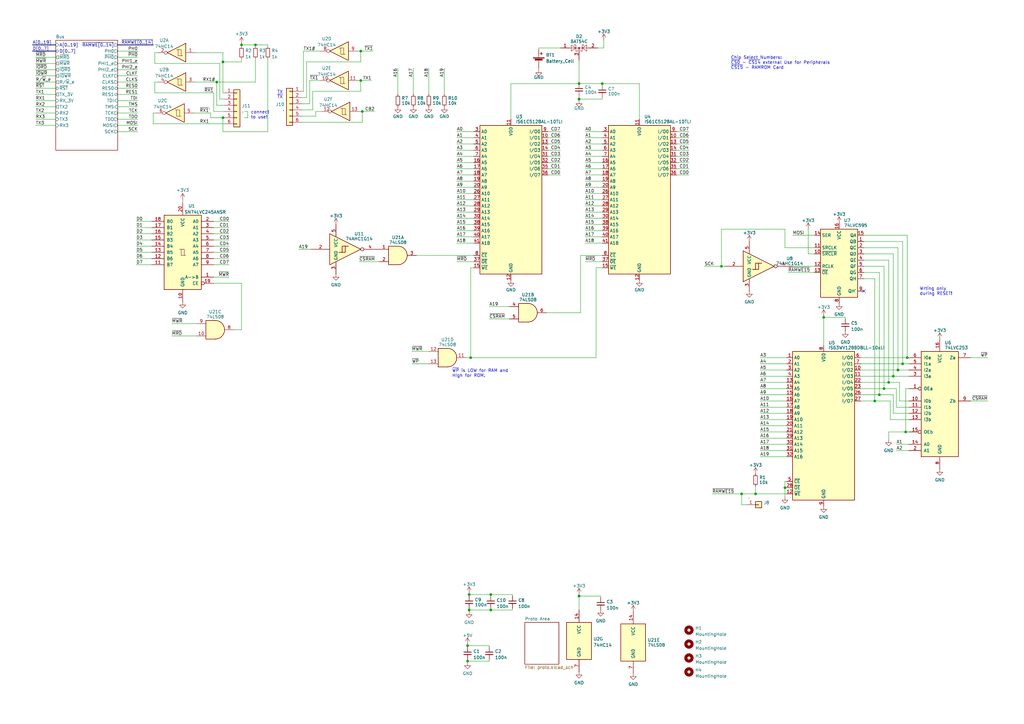
<source format=kicad_sch>
(kicad_sch (version 20230121) (generator eeschema)
  (paper "A3")
  (title_block (title "Unicomp v2 - RAMROM Board") (date "2023-07-06") (rev "v1") (company "100% Offner") (comment 1 "v1: Initial"))
  (junction (at 147.955 20.955))
  (junction (at 201.295 243.84))
  (junction (at 91.44 25.4))
  (junction (at 372.11 146.685))
  (junction (at 147.955 33.02))
  (junction (at 247.015 34.29))
  (junction (at 99.06 18.415))
  (junction (at 104.775 18.415))
  (junction (at 237.49 244.475))
  (junction (at 337.82 130.175))
  (junction (at 237.49 40.64))
  (junction (at 370.205 149.225))
  (junction (at 371.475 177.165))
  (junction (at 368.3 151.765))
  (junction (at 192.405 250.19))
  (junction (at 304.165 202.565))
  (junction (at 362.585 159.385))
  (junction (at 360.68 161.925))
  (junction (at 193.04 146.685))
  (junction (at 191.77 264.795))
  (junction (at 91.44 48.26))
  (junction (at 364.49 156.845))
  (junction (at 321.945 200.025))
  (junction (at 237.49 34.29))
  (junction (at 201.295 250.19))
  (junction (at 358.775 164.465))
  (junction (at 88.9 33.655))
  (junction (at 366.395 154.305))
  (junction (at 148.59 45.72))
  (junction (at 191.77 271.145))
  (junction (at 192.405 243.84))
  (junction (at 295.91 109.22))
  (junction (at 309.88 202.565))
  (no_connect (at 354.33 119.38))
  (wire (pts (xy 331.47 93.98) (xy 331.47 104.14)))
  (wire (pts (xy 353.06 146.685) (xy 372.11 146.685)))
  (wire (pts (xy 247.65 16.51) (xy 247.65 19.685)))
  (wire (pts (xy 262.255 34.29) (xy 262.255 48.895)))
  (wire (pts (xy 55.88 95.885) (xy 62.23 95.885)))
  (wire (pts (xy 187.325 76.835) (xy 194.31 76.835)))
  (wire (pts (xy 200.66 264.795) (xy 200.66 265.43)))
  (wire (pts (xy 63.5 26.035) (xy 63.5 21.59)))
  (wire (pts (xy 128.27 45.085) (xy 128.27 37.465)))
  (wire (pts (xy 240.03 97.155) (xy 247.015 97.155)))
  (wire (pts (xy 14.605 31.115) (xy 22.86 31.115)))
  (wire (pts (xy 129.54 45.72) (xy 129.54 47.625)))
  (wire (pts (xy 240.03 92.075) (xy 247.015 92.075)))
  (wire (pts (xy 48.26 43.815) (xy 56.515 43.815)))
  (wire (pts (xy 99.06 116.205) (xy 99.06 135.255)))
  (bus (pts (xy 48.26 18.415) (xy 62.865 18.415)))
  (wire (pts (xy 129.54 47.625) (xy 123.825 47.625)))
  (wire (pts (xy 240.03 107.315) (xy 247.015 107.315)))
  (wire (pts (xy 311.785 151.765) (xy 322.58 151.765)))
  (wire (pts (xy 337.82 130.175) (xy 337.82 141.605)))
  (wire (pts (xy 100.33 48.26) (xy 101.6 48.26)))
  (wire (pts (xy 91.44 21.59) (xy 91.44 25.4)))
  (wire (pts (xy 353.06 156.845) (xy 364.49 156.845)))
  (wire (pts (xy 55.88 100.965) (xy 62.23 100.965)))
  (wire (pts (xy 192.405 250.19) (xy 192.405 249.555)))
  (wire (pts (xy 304.165 202.565) (xy 309.88 202.565)))
  (wire (pts (xy 372.745 167.005) (xy 367.665 167.005)))
  (wire (pts (xy 224.79 71.755) (xy 229.87 71.755)))
  (wire (pts (xy 191.135 146.685) (xy 193.04 146.685)))
  (wire (pts (xy 99.06 25.4) (xy 91.44 25.4)))
  (wire (pts (xy 237.49 40.64) (xy 247.015 40.64)))
  (wire (pts (xy 147.32 107.315) (xy 155.575 107.315)))
  (wire (pts (xy 244.475 146.685) (xy 193.04 146.685)))
  (wire (pts (xy 398.145 164.465) (xy 405.13 164.465)))
  (wire (pts (xy 366.395 161.925) (xy 366.395 169.545)))
  (wire (pts (xy 200.66 130.81) (xy 208.915 130.81)))
  (wire (pts (xy 237.49 39.37) (xy 237.49 40.64)))
  (wire (pts (xy 372.745 164.465) (xy 368.935 164.465)))
  (wire (pts (xy 311.785 146.685) (xy 322.58 146.685)))
  (wire (pts (xy 240.03 89.535) (xy 247.015 89.535)))
  (wire (pts (xy 224.79 59.055) (xy 229.87 59.055)))
  (wire (pts (xy 372.745 159.385) (xy 371.475 159.385)))
  (wire (pts (xy 169.545 27.94) (xy 169.545 38.735)))
  (wire (pts (xy 87.63 98.425) (xy 93.98 98.425)))
  (wire (pts (xy 148.59 45.72) (xy 147.32 45.72)))
  (wire (pts (xy 372.11 96.52) (xy 372.11 146.685)))
  (wire (pts (xy 80.01 33.655) (xy 88.9 33.655)))
  (wire (pts (xy 101.6 45.72) (xy 101.6 48.26)))
  (wire (pts (xy 87.63 116.205) (xy 99.06 116.205)))
  (wire (pts (xy 48.26 36.195) (xy 56.515 36.195)))
  (wire (pts (xy 191.77 271.78) (xy 191.77 271.145)))
  (wire (pts (xy 240.03 56.515) (xy 247.015 56.515)))
  (wire (pts (xy 92.075 40.64) (xy 90.17 40.64)))
  (wire (pts (xy 209.55 48.895) (xy 209.55 34.29)))
  (wire (pts (xy 124.46 37.465) (xy 123.825 37.465)))
  (wire (pts (xy 191.77 271.145) (xy 200.66 271.145)))
  (wire (pts (xy 148.59 45.72) (xy 153.67 45.72)))
  (wire (pts (xy 368.3 151.765) (xy 372.745 151.765)))
  (wire (pts (xy 354.33 109.22) (xy 362.585 109.22)))
  (wire (pts (xy 95.885 135.255) (xy 99.06 135.255)))
  (wire (pts (xy 87.63 108.585) (xy 93.98 108.585)))
  (wire (pts (xy 125.73 25.4) (xy 147.955 25.4)))
  (wire (pts (xy 224.79 64.135) (xy 229.87 64.135)))
  (wire (pts (xy 109.855 18.415) (xy 109.855 19.05)))
  (wire (pts (xy 353.06 149.225) (xy 370.205 149.225)))
  (wire (pts (xy 192.405 243.84) (xy 201.295 243.84)))
  (wire (pts (xy 295.91 93.98) (xy 295.91 109.22)))
  (wire (pts (xy 87.63 95.885) (xy 93.98 95.885)))
  (wire (pts (xy 48.26 20.955) (xy 56.515 20.955)))
  (wire (pts (xy 86.36 48.26) (xy 91.44 48.26)))
  (wire (pts (xy 240.03 69.215) (xy 247.015 69.215)))
  (wire (pts (xy 175.895 149.225) (xy 168.91 149.225)))
  (wire (pts (xy 240.03 53.975) (xy 247.015 53.975)))
  (wire (pts (xy 323.215 111.76) (xy 334.01 111.76)))
  (wire (pts (xy 372.745 172.085) (xy 365.125 172.085)))
  (wire (pts (xy 48.26 28.575) (xy 56.515 28.575)))
  (wire (pts (xy 247.015 34.29) (xy 262.255 34.29)))
  (wire (pts (xy 372.11 146.685) (xy 372.745 146.685)))
  (wire (pts (xy 353.06 151.765) (xy 368.3 151.765)))
  (wire (pts (xy 360.68 161.925) (xy 366.395 161.925)))
  (wire (pts (xy 131.445 20.955) (xy 124.46 20.955)))
  (wire (pts (xy 370.205 149.225) (xy 372.745 149.225)))
  (wire (pts (xy 224.79 66.675) (xy 229.87 66.675)))
  (wire (pts (xy 14.605 46.355) (xy 22.86 46.355)))
  (wire (pts (xy 311.785 149.225) (xy 322.58 149.225)))
  (wire (pts (xy 192.405 250.19) (xy 201.295 250.19)))
  (wire (pts (xy 224.155 128.27) (xy 238.125 128.27)))
  (wire (pts (xy 321.945 93.98) (xy 295.91 93.98)))
  (wire (pts (xy 92.075 50.8) (xy 62.865 50.8)))
  (wire (pts (xy 48.26 51.435) (xy 56.515 51.435)))
  (wire (pts (xy 277.495 53.975) (xy 282.575 53.975)))
  (wire (pts (xy 187.325 97.155) (xy 194.31 97.155)))
  (wire (pts (xy 311.785 156.845) (xy 322.58 156.845)))
  (wire (pts (xy 187.325 92.075) (xy 194.31 92.075)))
  (wire (pts (xy 210.185 243.84) (xy 210.185 244.475)))
  (wire (pts (xy 127 42.545) (xy 123.825 42.545)))
  (wire (pts (xy 124.46 20.955) (xy 124.46 37.465)))
  (wire (pts (xy 220.98 19.685) (xy 229.87 19.685)))
  (wire (pts (xy 353.06 161.925) (xy 360.68 161.925)))
  (wire (pts (xy 240.03 64.135) (xy 247.015 64.135)))
  (wire (pts (xy 170.815 104.775) (xy 194.31 104.775)))
  (wire (pts (xy 90.17 40.64) (xy 90.17 26.035)))
  (wire (pts (xy 128.27 37.465) (xy 147.955 37.465)))
  (wire (pts (xy 87.63 93.345) (xy 93.98 93.345)))
  (wire (pts (xy 193.04 109.855) (xy 194.31 109.855)))
  (wire (pts (xy 147.955 33.02) (xy 152.4 33.02)))
  (wire (pts (xy 14.605 41.275) (xy 22.86 41.275)))
  (wire (pts (xy 192.405 243.205) (xy 192.405 243.84)))
  (wire (pts (xy 87.63 38.1) (xy 63.5 38.1)))
  (wire (pts (xy 187.325 79.375) (xy 194.31 79.375)))
  (wire (pts (xy 55.88 108.585) (xy 62.23 108.585)))
  (wire (pts (xy 358.775 164.465) (xy 365.125 164.465)))
  (wire (pts (xy 168.91 144.145) (xy 175.895 144.145)))
  (wire (pts (xy 79.375 46.355) (xy 86.36 46.355)))
  (wire (pts (xy 311.785 161.925) (xy 322.58 161.925)))
  (wire (pts (xy 123.825 45.085) (xy 128.27 45.085)))
  (wire (pts (xy 311.785 174.625) (xy 322.58 174.625)))
  (wire (pts (xy 14.605 51.435) (xy 22.86 51.435)))
  (wire (pts (xy 187.325 81.915) (xy 194.31 81.915)))
  (wire (pts (xy 163.195 27.94) (xy 163.195 38.735)))
  (wire (pts (xy 311.785 169.545) (xy 322.58 169.545)))
  (wire (pts (xy 63.5 21.59) (xy 64.77 21.59)))
  (wire (pts (xy 191.77 264.16) (xy 191.77 264.795)))
  (wire (pts (xy 187.325 74.295) (xy 194.31 74.295)))
  (wire (pts (xy 125.73 40.005) (xy 125.73 25.4)))
  (wire (pts (xy 104.775 33.655) (xy 88.9 33.655)))
  (wire (pts (xy 360.68 111.76) (xy 360.68 161.925)))
  (wire (pts (xy 91.44 38.1) (xy 92.075 38.1)))
  (wire (pts (xy 210.185 249.555) (xy 210.185 250.19)))
  (wire (pts (xy 182.245 27.94) (xy 182.245 38.735)))
  (wire (pts (xy 88.9 33.655) (xy 88.9 43.18)))
  (wire (pts (xy 367.665 167.005) (xy 367.665 159.385)))
  (wire (pts (xy 337.82 129.54) (xy 337.82 130.175)))
  (wire (pts (xy 311.785 187.325) (xy 322.58 187.325)))
  (wire (pts (xy 127 33.02) (xy 127 42.545)))
  (wire (pts (xy 371.475 159.385) (xy 371.475 177.165)))
  (wire (pts (xy 147.955 20.955) (xy 146.685 20.955)))
  (wire (pts (xy 99.06 18.415) (xy 104.775 18.415)))
  (wire (pts (xy 311.785 184.785) (xy 322.58 184.785)))
  (wire (pts (xy 224.79 53.975) (xy 229.87 53.975)))
  (wire (pts (xy 311.785 172.085) (xy 322.58 172.085)))
  (wire (pts (xy 14.605 33.655) (xy 22.86 33.655)))
  (wire (pts (xy 48.26 26.035) (xy 56.515 26.035)))
  (wire (pts (xy 365.125 172.085) (xy 365.125 164.465)))
  (wire (pts (xy 187.325 84.455) (xy 194.31 84.455)))
  (wire (pts (xy 201.295 249.555) (xy 201.295 250.19)))
  (wire (pts (xy 297.18 109.22) (xy 295.91 109.22)))
  (wire (pts (xy 247.015 34.29) (xy 247.015 34.925)))
  (bus (pts (xy 22.86 18.415) (xy 13.335 18.415)))
  (wire (pts (xy 321.945 200.025) (xy 321.945 203.835)))
  (wire (pts (xy 55.88 106.045) (xy 62.23 106.045)))
  (wire (pts (xy 370.205 99.06) (xy 370.205 149.225)))
  (wire (pts (xy 201.295 243.84) (xy 201.295 244.475)))
  (wire (pts (xy 187.325 71.755) (xy 194.31 71.755)))
  (wire (pts (xy 364.49 156.845) (xy 368.935 156.845)))
  (wire (pts (xy 354.33 114.3) (xy 358.775 114.3)))
  (wire (pts (xy 109.855 53.975) (xy 91.44 53.975)))
  (wire (pts (xy 358.775 114.3) (xy 358.775 164.465)))
  (wire (pts (xy 311.785 167.005) (xy 322.58 167.005)))
  (wire (pts (xy 192.405 250.825) (xy 192.405 250.19)))
  (wire (pts (xy 55.88 93.345) (xy 62.23 93.345)))
  (wire (pts (xy 48.26 48.895) (xy 56.515 48.895)))
  (wire (pts (xy 240.03 74.295) (xy 247.015 74.295)))
  (wire (pts (xy 63.5 38.1) (xy 63.5 33.655)))
  (wire (pts (xy 62.865 50.8) (xy 62.865 46.355)))
  (wire (pts (xy 224.79 56.515) (xy 229.87 56.515)))
  (wire (pts (xy 240.03 66.675) (xy 247.015 66.675)))
  (wire (pts (xy 148.59 50.165) (xy 148.59 45.72)))
  (wire (pts (xy 55.88 90.805) (xy 62.23 90.805)))
  (wire (pts (xy 238.125 104.775) (xy 238.125 128.27)))
  (wire (pts (xy 48.26 33.655) (xy 56.515 33.655)))
  (wire (pts (xy 220.98 28.575) (xy 220.98 27.94)))
  (wire (pts (xy 122.555 102.235) (xy 127.635 102.235)))
  (wire (pts (xy 354.33 111.76) (xy 360.68 111.76)))
  (wire (pts (xy 93.98 113.665) (xy 87.63 113.665)))
  (wire (pts (xy 87.63 100.965) (xy 93.98 100.965)))
  (wire (pts (xy 354.33 104.14) (xy 366.395 104.14)))
  (wire (pts (xy 371.475 177.165) (xy 372.745 177.165)))
  (wire (pts (xy 200.66 125.73) (xy 208.915 125.73)))
  (wire (pts (xy 187.325 56.515) (xy 194.31 56.515)))
  (wire (pts (xy 366.395 169.545) (xy 372.745 169.545)))
  (wire (pts (xy 364.49 177.165) (xy 371.475 177.165)))
  (wire (pts (xy 14.605 36.195) (xy 22.86 36.195)))
  (wire (pts (xy 292.1 202.565) (xy 304.165 202.565)))
  (wire (pts (xy 306.07 207.01) (xy 304.165 207.01)))
  (wire (pts (xy 237.49 243.84) (xy 237.49 244.475)))
  (wire (pts (xy 277.495 71.755) (xy 282.575 71.755)))
  (wire (pts (xy 48.26 41.275) (xy 56.515 41.275)))
  (wire (pts (xy 104.775 18.415) (xy 109.855 18.415)))
  (wire (pts (xy 321.945 101.6) (xy 334.01 101.6)))
  (wire (pts (xy 364.49 177.165) (xy 364.49 180.34)))
  (wire (pts (xy 131.445 33.02) (xy 127 33.02)))
  (wire (pts (xy 311.785 177.165) (xy 322.58 177.165)))
  (wire (pts (xy 237.49 24.765) (xy 237.49 34.29)))
  (wire (pts (xy 321.945 93.98) (xy 321.945 101.6)))
  (wire (pts (xy 277.495 64.135) (xy 282.575 64.135)))
  (wire (pts (xy 367.665 182.245) (xy 372.745 182.245)))
  (wire (pts (xy 187.325 89.535) (xy 194.31 89.535)))
  (wire (pts (xy 74.93 81.915) (xy 74.93 83.185)))
  (wire (pts (xy 362.585 109.22) (xy 362.585 159.385)))
  (wire (pts (xy 123.825 40.005) (xy 125.73 40.005)))
  (wire (pts (xy 311.785 179.705) (xy 322.58 179.705)))
  (wire (pts (xy 175.895 27.94) (xy 175.895 38.735)))
  (wire (pts (xy 201.295 243.84) (xy 210.185 243.84)))
  (wire (pts (xy 277.495 69.215) (xy 282.575 69.215)))
  (wire (pts (xy 200.66 270.51) (xy 200.66 271.145)))
  (wire (pts (xy 187.325 64.135) (xy 194.31 64.135)))
  (wire (pts (xy 48.26 53.975) (xy 56.515 53.975)))
  (wire (pts (xy 187.325 86.995) (xy 194.31 86.995)))
  (wire (pts (xy 187.325 99.695) (xy 194.31 99.695)))
  (wire (pts (xy 240.03 79.375) (xy 247.015 79.375)))
  (wire (pts (xy 87.63 45.72) (xy 87.63 38.1)))
  (wire (pts (xy 91.44 25.4) (xy 91.44 38.1)))
  (wire (pts (xy 14.605 28.575) (xy 22.86 28.575)))
  (wire (pts (xy 277.495 59.055) (xy 282.575 59.055)))
  (wire (pts (xy 187.325 69.215) (xy 194.31 69.215)))
  (wire (pts (xy 99.06 17.78) (xy 99.06 18.415)))
  (wire (pts (xy 398.145 146.685) (xy 405.13 146.685)))
  (wire (pts (xy 104.775 18.415) (xy 104.775 19.05)))
  (wire (pts (xy 104.775 24.13) (xy 104.775 33.655)))
  (wire (pts (xy 240.03 86.995) (xy 247.015 86.995)))
  (wire (pts (xy 224.79 61.595) (xy 229.87 61.595)))
  (wire (pts (xy 366.395 104.14) (xy 366.395 154.305)))
  (wire (pts (xy 353.06 154.305) (xy 366.395 154.305)))
  (wire (pts (xy 48.26 38.735) (xy 56.515 38.735)))
  (wire (pts (xy 14.605 43.815) (xy 22.86 43.815)))
  (wire (pts (xy 80.01 21.59) (xy 91.44 21.59)))
  (wire (pts (xy 237.49 34.29) (xy 247.015 34.29)))
  (wire (pts (xy 325.12 96.52) (xy 334.01 96.52)))
  (wire (pts (xy 70.485 137.795) (xy 80.645 137.795)))
  (wire (pts (xy 368.935 164.465) (xy 368.935 156.845)))
  (wire (pts (xy 346.71 130.175) (xy 346.71 130.81)))
  (wire (pts (xy 14.605 38.735) (xy 22.86 38.735)))
  (wire (pts (xy 193.04 146.685) (xy 193.04 109.855)))
  (wire (pts (xy 191.77 264.795) (xy 191.77 265.43)))
  (wire (pts (xy 91.44 48.26) (xy 92.075 48.26)))
  (wire (pts (xy 91.44 53.975) (xy 91.44 48.26)))
  (wire (pts (xy 224.79 69.215) (xy 229.87 69.215)))
  (wire (pts (xy 70.485 132.715) (xy 80.645 132.715)))
  (wire (pts (xy 87.63 90.805) (xy 93.98 90.805)))
  (wire (pts (xy 14.605 23.495) (xy 22.86 23.495)))
  (wire (pts (xy 14.605 26.035) (xy 22.86 26.035)))
  (wire (pts (xy 237.49 244.475) (xy 237.49 250.19)))
  (wire (pts (xy 220.98 19.685) (xy 220.98 20.32)))
  (wire (pts (xy 123.825 50.165) (xy 148.59 50.165)))
  (wire (pts (xy 247.015 109.855) (xy 244.475 109.855)))
  (wire (pts (xy 311.785 159.385) (xy 322.58 159.385)))
  (wire (pts (xy 240.03 61.595) (xy 247.015 61.595)))
  (wire (pts (xy 90.17 26.035) (xy 63.5 26.035)))
  (wire (pts (xy 321.945 200.025) (xy 322.58 200.025)))
  (wire (pts (xy 187.325 66.675) (xy 194.31 66.675)))
  (wire (pts (xy 311.785 182.245) (xy 322.58 182.245)))
  (wire (pts (xy 277.495 61.595) (xy 282.575 61.595)))
  (wire (pts (xy 247.015 40.64) (xy 247.015 40.005)))
  (wire (pts (xy 55.88 98.425) (xy 62.23 98.425)))
  (wire (pts (xy 187.325 94.615) (xy 194.31 94.615)))
  (wire (pts (xy 240.03 94.615) (xy 247.015 94.615)))
  (wire (pts (xy 240.03 84.455) (xy 247.015 84.455)))
  (wire (pts (xy 247.65 19.685) (xy 245.11 19.685)))
  (wire (pts (xy 187.325 59.055) (xy 194.31 59.055)))
  (wire (pts (xy 311.785 164.465) (xy 322.58 164.465)))
  (wire (pts (xy 321.945 197.485) (xy 321.945 200.025)))
  (wire (pts (xy 86.36 46.355) (xy 86.36 48.26)))
  (wire (pts (xy 246.38 244.475) (xy 246.38 245.11)))
  (wire (pts (xy 99.06 24.13) (xy 99.06 25.4)))
  (wire (pts (xy 109.855 24.13) (xy 109.855 53.975)))
  (wire (pts (xy 87.63 106.045) (xy 93.98 106.045)))
  (wire (pts (xy 311.785 154.305) (xy 322.58 154.305)))
  (wire (pts (xy 353.06 164.465) (xy 358.775 164.465)))
  (wire (pts (xy 367.665 184.785) (xy 372.745 184.785)))
  (wire (pts (xy 201.295 250.19) (xy 210.185 250.19)))
  (wire (pts (xy 132.08 45.72) (xy 129.54 45.72)))
  (wire (pts (xy 187.325 53.975) (xy 194.31 53.975)))
  (wire (pts (xy 331.47 104.14) (xy 334.01 104.14)))
  (wire (pts (xy 92.075 45.72) (xy 87.63 45.72)))
  (wire (pts (xy 309.88 199.39) (xy 309.88 202.565)))
  (wire (pts (xy 87.63 103.505) (xy 93.98 103.505)))
  (wire (pts (xy 63.5 33.655) (xy 64.77 33.655)))
  (wire (pts (xy 48.26 23.495) (xy 56.515 23.495)))
  (wire (pts (xy 209.55 34.29) (xy 237.49 34.29)))
  (wire (pts (xy 187.325 61.595) (xy 194.31 61.595)))
  (wire (pts (xy 237.49 244.475) (xy 246.38 244.475)))
  (wire (pts (xy 240.03 59.055) (xy 247.015 59.055)))
  (bus (pts (xy 22.86 20.955) (xy 13.335 20.955)))
  (wire (pts (xy 304.165 207.01) (xy 304.165 202.565)))
  (wire (pts (xy 309.88 202.565) (xy 322.58 202.565)))
  (wire (pts (xy 240.03 76.835) (xy 247.015 76.835)))
  (wire (pts (xy 240.03 99.695) (xy 247.015 99.695)))
  (wire (pts (xy 366.395 154.305) (xy 372.745 154.305)))
  (wire (pts (xy 354.33 101.6) (xy 368.3 101.6)))
  (wire (pts (xy 277.495 56.515) (xy 282.575 56.515)))
  (wire (pts (xy 99.06 18.415) (xy 99.06 19.05)))
  (wire (pts (xy 187.325 107.315) (xy 194.31 107.315)))
  (wire (pts (xy 55.88 103.505) (xy 62.23 103.505)))
  (wire (pts (xy 100.33 45.72) (xy 101.6 45.72)))
  (wire (pts (xy 337.82 130.175) (xy 346.71 130.175)))
  (wire (pts (xy 244.475 109.855) (xy 244.475 146.685)))
  (wire (pts (xy 48.26 46.355) (xy 56.515 46.355)))
  (wire (pts (xy 364.49 106.68) (xy 364.49 156.845)))
  (wire (pts (xy 48.26 31.115) (xy 56.515 31.115)))
  (wire (pts (xy 147.955 33.02) (xy 146.685 33.02)))
  (wire (pts (xy 191.77 271.145) (xy 191.77 270.51)))
  (wire (pts (xy 368.3 101.6) (xy 368.3 151.765)))
  (wire (pts (xy 362.585 159.385) (xy 367.665 159.385)))
  (wire (pts (xy 353.06 159.385) (xy 362.585 159.385)))
  (wire (pts (xy 237.49 40.64) (xy 237.49 41.275)))
  (wire (pts (xy 238.125 104.775) (xy 247.015 104.775)))
  (wire (pts (xy 191.77 264.795) (xy 200.66 264.795)))
  (wire (pts (xy 354.33 106.68) (xy 364.49 106.68)))
  (wire (pts (xy 354.33 99.06) (xy 370.205 99.06)))
  (wire (pts (xy 147.955 37.465) (xy 147.955 33.02)))
  (wire (pts (xy 240.03 81.915) (xy 247.015 81.915)))
  (wire (pts (xy 240.03 71.755) (xy 247.015 71.755)))
  (wire (pts (xy 288.925 109.22) (xy 295.91 109.22)))
  (wire (pts (xy 14.605 48.895) (xy 22.86 48.895)))
  (wire (pts (xy 62.865 46.355) (xy 64.135 46.355)))
  (wire (pts (xy 277.495 66.675) (xy 282.575 66.675)))
  (wire (pts (xy 354.33 96.52) (xy 372.11 96.52)))
  (wire (pts (xy 147.955 20.955) (xy 153.035 20.955)))
  (wire (pts (xy 325.12 109.22) (xy 334.01 109.22)))
  (wire (pts (xy 88.9 43.18) (xy 92.075 43.18)))
  (wire (pts (xy 321.945 197.485) (xy 322.58 197.485)))
  (wire (pts (xy 192.405 243.84) (xy 192.405 244.475)))
  (wire (pts (xy 147.955 25.4) (xy 147.955 20.955)))
  (text "Wrting only\nduring RESET!" (at 377.19 121.285 0) (effects (font (size 1.27 1.27)) (justify left bottom)))
  (text "connect\nto use!" (at 102.87 48.895 0) (effects (font (size 1.27 1.27)) (justify left bottom)))
  (text "~{WP} is LOW for RAM and\nHigh for ROM." (at 185.42 154.94 0) (effects (font (size 1.27 1.27)) (justify left bottom)))
  (text "TX\n~{TX}" (at 113.665 40.64 0) (effects (font (size 1.27 1.27)) (justify left bottom)))
  (text "Chip Select Numbers:\n~{CS0} - ~{CS14} external Use for Peripherals\n~{CS15} - RAMROM Card" (at 299.72 28.575 0) (effects (font (size 1.27 1.27)) (justify left bottom)))
  (label "A5" (at 240.03 66.675 0))
  (label "~{IOWR}" (at 14.605 31.115 0))
  (label "~{MWR}" (at 70.485 132.715 0))
  (label "A16" (at 163.195 27.94 270))
  (label "TX1#" (at 124.46 20.955 0))
  (label "~{TX1}" (at 153.035 20.955 180))
  (label "A18" (at 187.325 99.695 0))
  (label "CD6" (at 229.87 56.515 180))
  (label "~{MWR}" (at 168.91 144.145 0))
  (label "A9" (at 187.325 76.835 0))
  (label "A8" (at 187.325 74.295 0))
  (label "A1" (at 240.03 56.515 0))
  (label "A1" (at 187.325 56.515 0))
  (label "PHI2_e" (at 56.515 28.575 180))
  (label "A13" (at 240.03 86.995 0))
  (label "RX1#" (at 88.265 33.655 180))
  (label "D3" (at 55.88 98.425 0))
  (label "PH0" (at 56.515 20.955 180))
  (label "CD6" (at 282.575 56.515 180))
  (label "A1" (at 367.665 182.245 0))
  (label "TX2" (at 14.605 46.355 0))
  (label "A4" (at 311.785 149.225 0))
  (label "A12" (at 240.03 84.455 0))
  (label "A16" (at 240.03 94.615 0))
  (label "TX3" (at 14.605 51.435 0))
  (label "CLKS" (at 56.515 33.655 180))
  (label "A14" (at 240.03 89.535 0))
  (label "CD0" (at 282.575 71.755 180))
  (label "SCK" (at 56.515 53.975 180))
  (label "A13" (at 311.785 172.085 0))
  (label "A17" (at 169.545 27.94 270))
  (label "~{WP}" (at 168.91 149.225 0))
  (label "RX1" (at 81.915 50.8 0))
  (label "A3" (at 311.785 146.685 0))
  (label "A0" (at 187.325 53.975 0))
  (label "A17" (at 311.785 182.245 0))
  (label "TDI" (at 56.515 41.275 180))
  (label "~{RST}" (at 14.605 36.195 0))
  (label "R{slash}~{W}_e" (at 14.605 33.655 0))
  (label "A17" (at 240.03 97.155 0))
  (label "~{PH0}" (at 56.515 23.495 180))
  (label "CLKF" (at 56.515 31.115 180))
  (label "CD3" (at 229.87 64.135 180))
  (label "~{RX1}" (at 87.63 38.1 180))
  (label "CD3" (at 282.575 64.135 180))
  (label "D0" (at 55.88 90.805 0))
  (label "A15" (at 240.03 92.075 0))
  (label "A14" (at 311.785 174.625 0))
  (label "CD1" (at 229.87 69.215 180))
  (label "A9" (at 240.03 76.835 0))
  (label "~{IORD}" (at 14.605 28.575 0))
  (label "~{RX1}'" (at 86.36 46.355 180))
  (label "A10" (at 311.785 164.465 0))
  (label "CD1" (at 93.98 93.345 180))
  (label "CD2" (at 93.98 95.885 180))
  (label "RX3" (at 14.605 48.895 0))
  (label "SCK" (at 288.925 109.22 0))
  (label "A10" (at 187.325 79.375 0))
  (label "~{CSRAM}" (at 147.32 107.315 0))
  (label "D7" (at 55.88 108.585 0))
  (label "RES1" (at 56.515 38.735 180))
  (label "A18" (at 240.03 99.695 0))
  (label "A13" (at 187.325 86.995 0))
  (label "CD4" (at 229.87 61.595 180))
  (label "CD7" (at 93.98 108.585 180))
  (label "A2" (at 187.325 59.055 0))
  (label "TDO" (at 56.515 48.895 180))
  (label "A8" (at 240.03 74.295 0))
  (label "MOSI" (at 56.515 51.435 180))
  (label "CB2" (at 153.67 45.72 180))
  (label "A5" (at 187.325 66.675 0))
  (label "A14" (at 187.325 89.535 0))
  (label "~{MRD}" (at 187.325 107.315 0))
  (label "D1" (at 55.88 93.345 0))
  (label "A0" (at 240.03 53.975 0))
  (label "A19" (at 122.555 102.235 0))
  (label "~{MRD}" (at 240.03 107.315 0))
  (label "A6" (at 311.785 154.305 0))
  (label "A7" (at 311.785 156.845 0))
  (label "RES0" (at 56.515 36.195 180))
  (label "A18" (at 175.895 27.94 270))
  (label "CD5" (at 93.98 103.505 180))
  (label "A12" (at 311.785 169.545 0))
  (label "D2" (at 55.88 95.885 0))
  (label "~{TX1}" (at 127 33.02 0))
  (label "D6" (at 55.88 106.045 0))
  (label "A11" (at 240.03 81.915 0))
  (label "CD3" (at 93.98 98.425 180))
  (label "TMS" (at 56.515 43.815 180))
  (label "CD5" (at 229.87 59.055 180))
  (label "A7" (at 240.03 71.755 0))
  (label "D[0..7]" (at 13.335 20.955 0))
  (label "A15" (at 187.325 92.075 0))
  (label "A5" (at 311.785 151.765 0))
  (label "RX1" (at 14.605 41.275 0))
  (label "A10" (at 240.03 79.375 0))
  (label "~{RAMWE15}" (at 292.1 202.565 0))
  (label "A16" (at 187.325 94.615 0))
  (label "D4" (at 55.88 100.965 0))
  (label "~{MWR}" (at 14.605 26.035 0))
  (label "RX2" (at 14.605 43.815 0))
  (label "A3" (at 240.03 61.595 0))
  (label "CD1" (at 282.575 69.215 180))
  (label "A12" (at 187.325 84.455 0))
  (label "A2" (at 240.03 59.055 0))
  (label "A3" (at 187.325 61.595 0))
  (label "A19" (at 311.785 187.325 0))
  (label "A8" (at 311.785 159.385 0))
  (label "TX1" (at 14.605 38.735 0))
  (label "A9" (at 311.785 161.925 0))
  (label "D5" (at 55.88 103.505 0))
  (label "~{CSRAM}" (at 200.66 130.81 0))
  (label "~{CSRAM}" (at 405.13 164.465 180))
  (label "A6" (at 187.325 69.215 0))
  (label "A11" (at 187.325 81.915 0))
  (label "CD2" (at 229.87 66.675 180))
  (label "A18" (at 311.785 184.785 0))
  (label "CD5" (at 282.575 59.055 180))
  (label "CD0" (at 229.87 71.755 180))
  (label "A16" (at 311.785 179.705 0))
  (label "A[0..19]" (at 13.335 18.415 0))
  (label "A19" (at 200.66 125.73 0))
  (label "CD4" (at 93.98 100.965 180))
  (label "A6" (at 240.03 69.215 0))
  (label "~{MRD}" (at 14.605 23.495 0))
  (label "A11" (at 311.785 167.005 0))
  (label "CD4" (at 282.575 61.595 180))
  (label "~{WP}" (at 405.13 146.685 180))
  (label "A4" (at 240.03 64.135 0))
  (label "A4" (at 187.325 64.135 0))
  (label "A15" (at 311.785 177.165 0))
  (label "A2" (at 367.665 184.785 0))
  (label "~{MWR}" (at 93.98 113.665 180))
  (label "CD2" (at 282.575 66.675 180))
  (label "CD0" (at 93.98 90.805 180))
  (label "A7" (at 187.325 71.755 0))
  (label "A17" (at 187.325 97.155 0))
  (label "CD7" (at 229.87 53.975 180))
  (label "A19" (at 182.245 27.94 270))
  (label "TX1" (at 152.4 33.02 180))
  (label "CD7" (at 282.575 53.975 180))
  (label "TCK" (at 56.515 46.355 180))
  (label "CD6" (at 93.98 106.045 180))
  (label "~{MRD}" (at 70.485 137.795 0))
  (label "PHI1_e" (at 56.515 26.035 180))
  (label "~{RAMWE15}" (at 323.215 111.76 0))
  (label "MOSI" (at 325.12 96.52 0))
  (label "~{RAMWE[0..14]}" (at 62.865 18.415 180))
  (symbol (lib_id "power:GND") (at 344.17 124.46 0) (unit 1)
    (property "Reference" "#PWR051" (effects hide))
    (property "Value" "GND" (at 344.17 128.9034 0))
  )
  (symbol (lib_id "power:+3V3") (at 137.795 92.075 0) (unit 1)
    (property "Reference" "#PWR042" (effects hide))
    (property "Value" "+3V3" (at 137.795 88.4992 0))
  )
  (symbol (lib_id "74xx:74HC14") (at 237.49 262.89 0) (unit 7)
    (property "Reference" "U2" (at 243.332 262.0553 0) (effects (justify left)))
    (property "Value" "74HC14" (at 243.332 264.5922 0) (effects (justify left)))
    (property "Footprint" "Package_DIP:DIP-14_W7.62mm_Socket" (effects hide))
    (property "Datasheet" "http://www.ti.com/lit/gpn/sn74HC14" (effects hide))
  )
  (symbol (lib_name "GND_1") (lib_id "power:GND") (at 262.255 114.935 0) (unit 1)
    (property "Reference" "#PWR015" (effects hide))
    (property "Value" "GND" (at 262.255 118.88 0))
  )
  (symbol (lib_id "Device:C_Small") (at 201.295 247.015 0) (unit 1)
    (property "Reference" "C10" (at 203.6191 246.1866 0) (effects (justify left)))
    (property "Value" "100n" (at 203.6191 248.7235 0) (effects (justify left)))
    (property "Footprint" "Capacitor_SMD:C_1206_3216Metric" (effects hide))
  )
  (symbol (lib_name "GND_1") (lib_id "power:GND") (at 182.245 43.815 0) (unit 1)
    (property "Reference" "#PWR065" (effects hide))
    (property "Value" "GND" (at 182.245 47.76 0))
  )
  (symbol (lib_id "Device:R_Small") (at 309.88 196.85 0) (unit 1)
    (property "Reference" "R1" (at 311.3786 195.826 0) (effects (justify left)))
    (property "Value" "10k" (at 311.3786 197.874 0) (effects (justify left)))
    (property "Footprint" "Resistor_SMD:R_1206_3216Metric_Pad1.30x1.75mm_HandSolder" (effects hide))
  )
  (symbol (lib_id "power:+3V3") (at 385.445 139.065 0) (unit 1)
    (property "Reference" "#PWR048" (effects hide))
    (property "Value" "+3V3" (at 385.445 135.4892 0))
  )
  (symbol (lib_id "power:GND") (at 321.945 203.835 0) (unit 1)
    (property "Reference" "#PWR050" (effects hide))
    (property "Value" "GND" (at 321.945 208.2784 0))
  )
  (symbol (lib_id "power:+3V3") (at 192.405 243.205 0) (unit 1)
    (property "Reference" "#PWR011" (effects hide))
    (property "Value" "+3V3" (at 192.405 239.6292 0))
  )
  (symbol (lib_id "power:GND") (at 364.49 180.34 0) (unit 1)
    (property "Reference" "#PWR02" (effects hide))
    (property "Value" "GND" (at 364.49 184.7834 0))
  )
  (symbol (lib_id "Device:C_Small") (at 200.66 267.97 0) (unit 1)
    (property "Reference" "C2" (at 202.9841 267.1416 0) (effects (justify left)))
    (property "Value" "100n" (at 202.9841 269.6785 0) (effects (justify left)))
    (property "Footprint" "Capacitor_SMD:C_1206_3216Metric" (effects hide))
  )
  (symbol (lib_id "74xx:74HC14") (at 139.065 33.02 0) (mirror y) (unit 5)
    (property "Reference" "U2" (at 133.985 27.9431 0))
    (property "Value" "74HC14" (at 133.985 30.48 0))
    (property "Footprint" "Package_DIP:DIP-14_W7.62mm_Socket" (effects hide))
    (property "Datasheet" "http://www.ti.com/lit/gpn/sn74HC14" (effects hide))
  )
  (symbol (lib_id "Device:R_Small") (at 175.895 41.275 0) (unit 1)
    (property "Reference" "R9" (at 177.3936 40.251 0) (effects (justify left)))
    (property "Value" "10k" (at 177.3936 42.299 0) (effects (justify left)))
    (property "Footprint" "Resistor_SMD:R_1206_3216Metric_Pad1.30x1.75mm_HandSolder" (effects hide))
  )
  (symbol (lib_id "power:+3V3") (at 237.49 243.84 0) (unit 1)
    (property "Reference" "#PWR041" (effects hide))
    (property "Value" "+3V3" (at 237.49 240.2642 0))
  )
  (symbol (lib_id "74xx:74LS08") (at 259.715 263.525 0) (unit 5)
    (property "Reference" "U21" (at 265.557 262.501 0) (effects (justify left)))
    (property "Value" "74LS08" (at 265.557 264.549 0) (effects (justify left)))
    (property "Footprint" "Package_SO:SOIC-14_3.9x8.7mm_P1.27mm" (effects hide))
    (property "Datasheet" "http://www.ti.com/lit/gpn/sn74LS08" (effects hide))
  )
  (symbol (lib_id "Connector_Generic:Conn_01x06") (at 97.155 43.18 0) (unit 1)
    (property "Reference" "J11" (at 99.187 43.426 0) (effects (justify left)))
    (property "Value" "." (at 99.187 45.474 0) (effects (justify left)))
    (property "Footprint" "Connector_PinHeader_2.54mm:PinHeader_1x06_P2.54mm_Vertical" (effects hide))
  )
  (symbol (lib_id "Device:R_Small") (at 163.195 41.275 0) (unit 1)
    (property "Reference" "R7" (at 164.6936 40.251 0) (effects (justify left)))
    (property "Value" "10k" (at 164.6936 42.299 0) (effects (justify left)))
    (property "Footprint" "Resistor_SMD:R_1206_3216Metric_Pad1.30x1.75mm_HandSolder" (effects hide))
  )
  (symbol (lib_id "power:+3V3") (at 247.65 16.51 0) (unit 1)
    (property "Reference" "#PWR012" (effects hide))
    (property "Value" "+3V3" (at 247.65 12.9342 0))
  )
  (symbol (lib_id "74xx:74HC14") (at 72.39 21.59 0) (mirror y) (unit 1)
    (property "Reference" "U2" (at 67.31 16.5131 0))
    (property "Value" "74HC14" (at 67.31 19.05 0))
    (property "Footprint" "Package_DIP:DIP-14_W7.62mm_Socket" (effects hide))
    (property "Datasheet" "http://www.ti.com/lit/gpn/sn74HC14" (effects hide))
  )
  (symbol (lib_id "Mechanical:MountingHole") (at 282.575 258.445 0) (unit 1)
    (property "Reference" "H1" (at 285.115 257.6103 0) (effects (justify left)))
    (property "Value" "MountingHole" (at 285.115 260.1472 0) (effects (justify left)))
    (property "Footprint" "MountingHole:MountingHole_3.2mm_M3" (effects hide))
  )
  (symbol (lib_id "power:+3V3") (at 307.34 99.06 0) (unit 1)
    (property "Reference" "#PWR053" (effects hide))
    (property "Value" "+3V3" (at 307.34 95.4842 0))
  )
  (symbol (lib_id "power:GND") (at 337.82 207.645 0) (unit 1)
    (property "Reference" "#PWR047" (effects hide))
    (property "Value" "GND" (at 337.82 212.0884 0))
  )
  (symbol (lib_id "74xx:74LS08") (at 216.535 128.27 0) (unit 2)
    (property "Reference" "U21" (at 216.5267 120.88 0))
    (property "Value" "74LS08" (at 216.5267 122.928 0))
    (property "Footprint" "Package_SO:SOIC-14_3.9x8.7mm_P1.27mm" (effects hide))
    (property "Datasheet" "http://www.ti.com/lit/gpn/sn74LS08" (effects hide))
  )
  (symbol (lib_name "GND_1") (lib_id "power:GND") (at 175.895 43.815 0) (unit 1)
    (property "Reference" "#PWR064" (effects hide))
    (property "Value" "GND" (at 175.895 47.76 0))
  )
  (symbol (lib_id "Diode:BAT54C") (at 237.49 19.685 0) (unit 1)
    (property "Reference" "D2" (at 237.49 14.962 0))
    (property "Value" "BAT54C" (at 237.49 17.01 0))
    (property "Footprint" "Package_TO_SOT_SMD:SOT-23" (effects hide))
    (property "Datasheet" "http://www.diodes.com/_files/datasheets/ds11005.pdf" (effects hide))
  )
  (symbol (lib_id "power:+3V3") (at 344.17 91.44 0) (unit 1)
    (property "Reference" "#PWR052" (effects hide))
    (property "Value" "+3V3" (at 344.17 87.8642 0))
  )
  (symbol (lib_id "power:GND") (at 259.715 276.225 0) (unit 1)
    (property "Reference" "#PWR090" (effects hide))
    (property "Value" "GND" (at 259.715 280.6684 0))
  )
  (symbol (lib_id "Memory_RAM:IS61C5128AL-10TLI") (at 262.255 81.915 0) (unit 1)
    (property "Reference" "U4" (at 264.2109 47.855 0) (effects (justify left)))
    (property "Value" "IS61C5128AL-10TLI" (at 264.2109 49.903 0) (effects (justify left)))
    (property "Footprint" "Package_SO:TSOP-II-44_10.16x18.41mm_P0.8mm" (effects hide))
    (property "Datasheet" "http://www.issi.com/WW/pdf/61-64C5128AL.pdf" (effects hide))
  )
  (symbol (lib_id "power:+3V3") (at 259.715 250.825 0) (unit 1)
    (property "Reference" "#PWR089" (effects hide))
    (property "Value" "+3V3" (at 259.715 247.2492 0))
  )
  (symbol (lib_id "74xx:74LS08") (at 163.195 104.775 0) (unit 1)
    (property "Reference" "U21" (at 163.1867 97.385 0))
    (property "Value" "74LS08" (at 163.1867 99.433 0))
    (property "Footprint" "Package_SO:SOIC-14_3.9x8.7mm_P1.27mm" (effects hide))
    (property "Datasheet" "http://www.ti.com/lit/gpn/sn74LS08" (effects hide))
  )
  (symbol (lib_name "+3V3_1") (lib_id "power:+3V3") (at 74.93 81.915 0) (unit 1)
    (property "Reference" "#PWR010" (effects hide))
    (property "Value" "+3V3" (at 74.93 77.97 0))
  )
  (symbol (lib_id "74xx:74HC14") (at 72.39 33.655 0) (mirror y) (unit 2)
    (property "Reference" "U2" (at 67.31 28.5781 0))
    (property "Value" "74HC14" (at 67.31 31.115 0))
    (property "Footprint" "Package_DIP:DIP-14_W7.62mm_Socket" (effects hide))
    (property "Datasheet" "http://www.ti.com/lit/gpn/sn74HC14" (effects hide))
  )
  (symbol (lib_name "GND_7") (lib_id "power:GND") (at 220.98 28.575 0) (unit 1)
    (property "Reference" "#PWR066" (effects hide))
    (property "Value" "GND" (at 220.98 31.75 0))
  )
  (symbol (lib_id "74xx:74LS245") (at 74.93 103.505 0) (mirror y) (unit 1)
    (property "Reference" "U1" (at 80.01 84.455 0) (effects (justify left)))
    (property "Value" "SN74LVC245ANSR" (at 92.71 86.995 0) (effects (justify left)))
    (property "Footprint" "Package_SO:SO-20_5.3x12.6mm_P1.27mm" (effects hide))
    (property "Datasheet" "http://www.ti.com/lit/gpn/sn74LS245" (effects hide))
  )
  (symbol (lib_name "GND_1") (lib_id "power:GND") (at 163.195 43.815 0) (unit 1)
    (property "Reference" "#PWR014" (effects hide))
    (property "Value" "GND" (at 163.195 47.76 0))
  )
  (symbol (lib_id "power:GND") (at 191.77 271.78 0) (unit 1)
    (property "Reference" "#PWR05" (effects hide))
    (property "Value" "GND" (at 191.77 276.2234 0))
  )
  (symbol (lib_id "Mechanical:MountingHole") (at 282.575 269.875 0) (unit 1)
    (property "Reference" "H3" (at 285.115 269.0403 0) (effects (justify left)))
    (property "Value" "MountingHole" (at 285.115 271.5772 0) (effects (justify left)))
    (property "Footprint" "MountingHole:MountingHole_3.2mm_M3" (effects hide))
  )
  (symbol (lib_id "power:GND") (at 385.445 192.405 0) (unit 1)
    (property "Reference" "#PWR049" (effects hide))
    (property "Value" "GND" (at 385.445 196.8484 0))
  )
  (symbol (lib_id "Device:C_Small") (at 237.49 36.83 0) (unit 1)
    (property "Reference" "C4" (at 239.8141 35.8123 0) (effects (justify left)))
    (property "Value" "100n" (at 239.8141 37.8603 0) (effects (justify left)))
    (property "Footprint" "Capacitor_SMD:C_1206_3216Metric" (effects hide))
  )
  (symbol (lib_id "Device:C_Small") (at 247.015 37.465 0) (unit 1)
    (property "Reference" "C7" (at 249.3391 36.4473 0) (effects (justify left)))
    (property "Value" "100n" (at 249.3391 38.4953 0) (effects (justify left)))
    (property "Footprint" "Capacitor_SMD:C_1206_3216Metric" (effects hide))
  )
  (symbol (lib_id "power:GND") (at 246.38 250.19 0) (unit 1)
    (property "Reference" "#PWR044" (effects hide))
    (property "Value" "GND" (at 246.38 254.6334 0))
  )
  (symbol (lib_id "Device:C_Small") (at 210.185 247.015 0) (unit 1)
    (property "Reference" "C8" (at 212.5091 246.1866 0) (effects (justify left)))
    (property "Value" "100n" (at 212.5091 248.7235 0) (effects (justify left)))
    (property "Footprint" "Capacitor_SMD:C_1206_3216Metric" (effects hide))
  )
  (symbol (lib_id "74xx:74LS253") (at 385.445 164.465 0) (unit 1)
    (property "Reference" "U6" (at 387.4009 140.565 0) (effects (justify left)))
    (property "Value" "74LVC253" (at 387.4009 142.613 0) (effects (justify left)))
    (property "Footprint" "Package_SO:SO-16_3.9x9.9mm_P1.27mm" (effects hide))
    (property "Datasheet" "http://www.ti.com/lit/gpn/sn74LS253" (effects hide))
  )
  (symbol (lib_id "power:GND") (at 237.49 275.59 0) (unit 1)
    (property "Reference" "#PWR07" (effects hide))
    (property "Value" "GND" (at 237.49 280.0334 0))
  )
  (symbol (lib_id "Device:C_Small") (at 246.38 247.65 0) (unit 1)
    (property "Reference" "C3" (at 248.7041 246.8216 0) (effects (justify left)))
    (property "Value" "100n" (at 248.7041 249.3585 0) (effects (justify left)))
    (property "Footprint" "Capacitor_SMD:C_1206_3216Metric" (effects hide))
  )
  (symbol (lib_name "GND_7") (lib_id "power:GND") (at 237.49 41.275 0) (unit 1)
    (property "Reference" "#PWR067" (effects hide))
    (property "Value" "GND" (at 237.49 44.45 0))
  )
  (symbol (lib_id "Connector_Generic:Conn_01x06") (at 118.745 42.545 0) (mirror y) (unit 1)
    (property "Reference" "J10" (at 116.713 42.791 0) (effects (justify left)))
    (property "Value" "." (at 116.713 44.839 0) (effects (justify left)))
    (property "Footprint" "Connector_PinHeader_2.54mm:PinHeader_1x06_P2.54mm_Vertical" (effects hide))
  )
  (symbol (lib_id "power:GND") (at 307.34 119.38 0) (unit 1)
    (property "Reference" "#PWR054" (effects hide))
    (property "Value" "GND" (at 307.34 123.8234 0))
  )
  (symbol (lib_id "Connector_Generic:Conn_01x01") (at 311.15 207.01 0) (unit 1)
    (property "Reference" "J8" (at 313.182 206.1753 0) (effects (justify left)))
    (property "Value" "." (at 306.705 203.835 0) (effects (justify left)))
    (property "Footprint" "Connector_PinHeader_2.00mm:PinHeader_1x01_P2.00mm_Vertical" (effects hide))
  )
  (symbol (lib_id "74xx:74HC14") (at 139.7 45.72 0) (mirror y) (unit 6)
    (property "Reference" "U2" (at 134.62 40.6431 0))
    (property "Value" "74HC14" (at 134.62 43.18 0))
    (property "Footprint" "Package_DIP:DIP-14_W7.62mm_Socket" (effects hide))
    (property "Datasheet" "http://www.ti.com/lit/gpn/sn74HC14" (effects hide))
  )
  (symbol (lib_id "74xGxx:74AHC1G14") (at 142.875 102.235 0) (unit 1)
    (property "Reference" "U11" (at 147.32 95.885 0))
    (property "Value" "74AHC1G14" (at 147.32 97.933 0))
    (property "Footprint" "Package_TO_SOT_SMD:SOT-23-5" (effects hide))
    (property "Datasheet" "https://www.ti.com/lit/ds/symlink/sn74lvc1g14.pdf" (effects hide))
  )
  (symbol (lib_id "74xx:74LS08") (at 183.515 146.685 0) (unit 4)
    (property "Reference" "U21" (at 183.5067 139.295 0))
    (property "Value" "74LS08" (at 183.5067 141.343 0))
    (property "Footprint" "Package_SO:SOIC-14_3.9x8.7mm_P1.27mm" (effects hide))
    (property "Datasheet" "http://www.ti.com/lit/gpn/sn74LS08" (effects hide))
  )
  (symbol (lib_id "Mechanical:MountingHole") (at 282.575 264.16 0) (unit 1)
    (property "Reference" "H2" (at 285.115 263.3253 0) (effects (justify left)))
    (property "Value" "MountingHole" (at 285.115 265.8622 0) (effects (justify left)))
    (property "Footprint" "MountingHole:MountingHole_3.2mm_M3" (effects hide))
  )
  (symbol (lib_id "74xx:74LS08") (at 88.265 135.255 0) (unit 3)
    (property "Reference" "U21" (at 88.2567 127.865 0))
    (property "Value" "74LS08" (at 88.2567 129.913 0))
    (property "Footprint" "Package_SO:SOIC-14_3.9x8.7mm_P1.27mm" (effects hide))
    (property "Datasheet" "http://www.ti.com/lit/gpn/sn74LS08" (effects hide))
  )
  (symbol (lib_name "+3V3_1") (lib_id "power:+3V3") (at 99.06 17.78 0) (unit 1)
    (property "Reference" "#PWR09" (effects hide))
    (property "Value" "+3V3" (at 99.06 13.835 0))
  )
  (symbol (lib_id "Device:R_Small") (at 99.06 21.59 0) (unit 1)
    (property "Reference" "R2" (at 100.5586 20.7553 0) (effects (justify left)))
    (property "Value" "1k" (at 100.5586 23.2922 0) (effects (justify left)))
    (property "Footprint" "Resistor_SMD:R_1206_3216Metric_Pad1.30x1.75mm_HandSolder" (effects hide))
  )
  (symbol (lib_id "my_ics_new:IS63WV1288DBLL-10xLI") (at 337.82 174.625 0) (unit 1)
    (property "Reference" "U5" (at 339.7759 140.565 0) (effects (justify left)))
    (property "Value" "IS63WV1288DBLL-10xLI" (at 339.7759 142.613 0) (effects (justify left)))
    (property "Footprint" "Package_SO:TSOP-II-32_21.0x10.2mm_P1.27mm" (effects hide))
  )
  (symbol (lib_id "power:GND") (at 192.405 250.825 0) (unit 1)
    (property "Reference" "#PWR018" (effects hide))
    (property "Value" "GND" (at 192.405 255.2684 0))
  )
  (symbol (lib_id "Device:R_Small") (at 109.855 21.59 0) (unit 1)
    (property "Reference" "R4" (at 111.3536 20.7553 0) (effects (justify left)))
    (property "Value" "1k" (at 111.3536 23.2922 0) (effects (justify left)))
    (property "Footprint" "Resistor_SMD:R_1206_3216Metric_Pad1.30x1.75mm_HandSolder" (effects hide))
  )
  (symbol (lib_id "Mechanical:MountingHole") (at 282.575 275.59 0) (unit 1)
    (property "Reference" "H4" (at 285.115 274.7553 0) (effects (justify left)))
    (property "Value" "MountingHole" (at 285.115 277.2922 0) (effects (justify left)))
    (property "Footprint" "MountingHole:MountingHole_3.2mm_M3" (effects hide))
  )
  (symbol (lib_id "Device:R_Small") (at 169.545 41.275 0) (unit 1)
    (property "Reference" "R8" (at 171.0436 40.251 0) (effects (justify left)))
    (property "Value" "10k" (at 171.0436 42.299 0) (effects (justify left)))
    (property "Footprint" "Resistor_SMD:R_1206_3216Metric_Pad1.30x1.75mm_HandSolder" (effects hide))
  )
  (symbol (lib_id "Device:C_Small") (at 191.77 267.97 0) (unit 1)
    (property "Reference" "C1" (at 194.0941 267.1416 0) (effects (justify left)))
    (property "Value" "100n" (at 194.0941 269.6785 0) (effects (justify left)))
    (property "Footprint" "Capacitor_SMD:C_1206_3216Metric" (effects hide))
  )
  (symbol (lib_id "Device:R_Small") (at 182.245 41.275 0) (unit 1)
    (property "Reference" "R10" (at 183.7436 40.251 0) (effects (justify left)))
    (property "Value" "10k" (at 183.7436 42.299 0) (effects (justify left)))
    (property "Footprint" "Resistor_SMD:R_1206_3216Metric_Pad1.30x1.75mm_HandSolder" (effects hide))
  )
  (symbol (lib_id "power:GND") (at 74.93 123.825 0) (mirror y) (unit 1)
    (property "Reference" "#PWR08" (effects hide))
    (property "Value" "GND" (at 74.93 128.2684 0))
  )
  (symbol (lib_id "Device:R_Small") (at 104.775 21.59 0) (unit 1)
    (property "Reference" "R3" (at 106.2736 20.7553 0) (effects (justify left)))
    (property "Value" "1k" (at 106.2736 23.2922 0) (effects (justify left)))
    (property "Footprint" "Resistor_SMD:R_1206_3216Metric_Pad1.30x1.75mm_HandSolder" (effects hide))
  )
  (symbol (lib_id "74xx:74HC14") (at 139.065 20.955 0) (mirror y) (unit 4)
    (property "Reference" "U2" (at 133.985 15.8781 0))
    (property "Value" "74HC14" (at 133.985 18.415 0))
    (property "Footprint" "Package_DIP:DIP-14_W7.62mm_Socket" (effects hide))
    (property "Datasheet" "http://www.ti.com/lit/gpn/sn74HC14" (effects hide))
  )
  (symbol (lib_name "GND_1") (lib_id "power:GND") (at 169.545 43.815 0) (unit 1)
    (property "Reference" "#PWR063" (effects hide))
    (property "Value" "GND" (at 169.545 47.76 0))
  )
  (symbol (lib_id "Device:Battery_Cell") (at 220.98 25.4 0) (unit 1)
    (property "Reference" "BT1" (at 223.901 22.5333 0) (effects (justify left)))
    (property "Value" "Battery_Cell" (at 223.901 25.0702 0) (effects (justify left)))
    (property "Footprint" "Battery:BatteryHolder_Keystone_103_1x20mm" (effects hide))
  )
  (symbol (lib_id "Device:C_Small") (at 346.71 133.35 0) (unit 1)
    (property "Reference" "C5" (at 349.0341 132.5216 0) (effects (justify left)))
    (property "Value" "100n" (at 349.0341 135.0585 0) (effects (justify left)))
    (property "Footprint" "Capacitor_SMD:C_1206_3216Metric" (effects hide))
  )
  (symbol (lib_id "power:GND") (at 346.71 135.89 0) (unit 1)
    (property "Reference" "#PWR046" (effects hide))
    (property "Value" "GND" (at 346.71 140.3334 0))
  )
  (symbol (lib_id "power:+5V") (at 191.77 264.16 0) (unit 1)
    (property "Reference" "#PWR03" (effects hide))
    (property "Value" "+5V" (at 191.77 260.5842 0))
  )
  (symbol (lib_id "Memory_RAM:IS61C5128AL-10TLI") (at 209.55 81.915 0) (unit 1)
    (property "Reference" "U3" (at 211.5059 47.855 0) (effects (justify left)))
    (property "Value" "IS61C5128AL-10TLI" (at 211.5059 49.903 0) (effects (justify left)))
    (property "Footprint" "Package_SO:TSOP-II-44_10.16x18.41mm_P0.8mm" (effects hide))
    (property "Datasheet" "http://www.issi.com/WW/pdf/61-64C5128AL.pdf" (effects hide))
  )
  (symbol (lib_id "74xx:74HC14") (at 71.755 46.355 0) (mirror y) (unit 3)
    (property "Reference" "U2" (at 66.675 41.2781 0))
    (property "Value" "74HC14" (at 66.675 43.815 0))
    (property "Footprint" "Package_DIP:DIP-14_W7.62mm_Socket" (effects hide))
    (property "Datasheet" "http://www.ti.com/lit/gpn/sn74HC14" (effects hide))
  )
  (symbol (lib_name "GND_1") (lib_id "power:GND") (at 209.55 114.935 0) (unit 1)
    (property "Reference" "#PWR013" (effects hide))
    (property "Value" "GND" (at 209.55 118.88 0))
  )
  (symbol (lib_id "power:+3V3") (at 337.82 129.54 0) (unit 1)
    (property "Reference" "#PWR045" (effects hide))
    (property "Value" "+3V3" (at 337.82 125.9642 0))
  )
  (symbol (lib_id "power:+3V3") (at 331.47 93.98 0) (unit 1)
    (property "Reference" "#PWR01" (effects hide))
    (property "Value" "+3V3" (at 331.47 90.4042 0))
  )
  (symbol (lib_id "power:+3V3") (at 309.88 194.31 0) (unit 1)
    (property "Reference" "#PWR06" (effects hide))
    (property "Value" "+3V3" (at 309.88 190.7342 0))
  )
  (symbol (lib_id "Device:C_Small") (at 192.405 247.015 0) (unit 1)
    (property "Reference" "C9" (at 194.7291 245.9973 0) (effects (justify left)))
    (property "Value" "100n" (at 194.7291 248.0453 0) (effects (justify left)))
    (property "Footprint" "Capacitor_SMD:C_1206_3216Metric" (effects hide))
  )
  (symbol (lib_id "74xx:74LS595") (at 344.17 106.68 0) (unit 1)
    (property "Reference" "U7" (at 346.1259 90.4 0) (effects (justify left)))
    (property "Value" "74LVC595" (at 346.1259 92.448 0) (effects (justify left)))
    (property "Footprint" "Package_SO:SO-16_3.9x9.9mm_P1.27mm" (effects hide))
    (property "Datasheet" "http://www.ti.com/lit/gpn/sn74ls595" (effects hide))
  )
  (symbol (lib_id "74xGxx:74AHC1G14") (at 312.42 109.22 0) (unit 1)
    (property "Reference" "U8" (at 323.8368 106.0211 0))
    (property "Value" "74AHC1G14" (at 323.8368 108.0691 0))
    (property "Footprint" "Package_TO_SOT_SMD:SOT-23-5" (effects hide))
    (property "Datasheet" "https://www.ti.com/lit/ds/symlink/sn74lvc1g14.pdf" (effects hide))
  )
  (symbol (lib_id "power:GND") (at 137.795 112.395 0) (unit 1)
    (property "Reference" "#PWR043" (effects hide))
    (property "Value" "GND" (at 137.795 116.8384 0))
  )
  (sheet (at 22.86 16.51) (size 25.4 45.085) (stroke (width 0.1524))
    (property "Sheetname" "Bus" (at 22.86 15.7984 0) (effects (justify left bottom)))
    (property "Sheetfile" "bus.kicad_sch" (effects hide))
    (pin "D[0..7]" bidirectional (at 22.86 20.955 180))
    (pin "A[0..19]" input (at 22.86 18.415 180))
    (pin "TMS" input (at 48.26 43.815 0))
    (pin "TDO" output (at 48.26 48.895 0))
    (pin "TDI" input (at 48.26 41.275 0))
    (pin "RES0" bidirectional (at 48.26 36.195 0))
    (pin "TX3" input (at 22.86 48.895 180))
    (pin "TX2" output (at 22.86 43.815 180))
    (pin "RES1" bidirectional (at 48.26 38.735 0))
    (pin "RX2" input (at 22.86 46.355 180))
    (pin "RX3" input (at 22.86 51.435 180))
    (pin "TX_3V" output (at 22.86 38.735 180))
    (pin "RX_3V" input (at 22.86 41.275 180))
    (pin "TCK" output (at 48.26 46.355 0))
    (pin "MOSI" output (at 48.26 51.435 0))
    (pin "SCK" output (at 48.26 53.975 0))
    (pin "~{MRD}" output (at 22.86 23.495 180))
    (pin "~{IORD}" output (at 22.86 28.575 180))
    (pin "~{IOWR}" output (at 22.86 31.115 180))
    (pin "R{slash}~{W}_e" output (at 22.86 33.655 180))
    (pin "~{MWR}" output (at 22.86 26.035 180))
    (pin "~{RST}" bidirectional (at 22.86 36.195 180))
    (pin "PH0" output (at 48.26 20.955 0))
    (pin "CLKS" output (at 48.26 33.655 0))
    (pin "~{PH0}" output (at 48.26 23.495 0))
    (pin "CLKF" output (at 48.26 31.115 0))
    (pin "PHI1_e" output (at 48.26 26.035 0))
    (pin "PHI2_e" output (at 48.26 28.575 0))
    (pin "~{RAMWE[0..14]}" output (at 48.26 18.415 0))
  )
  (sheet (at 215.265 255.27) (size 13.97 17.145) (stroke (width 0.1524))
    (property "Sheetname" "Proto Area" (at 215.265 254.5584 0) (effects (justify left bottom)))
    (property "Sheetfile" "proto.kicad_sch" (at 215.265 272.9996 0) (effects (justify left top)))
  )
)
</source>
